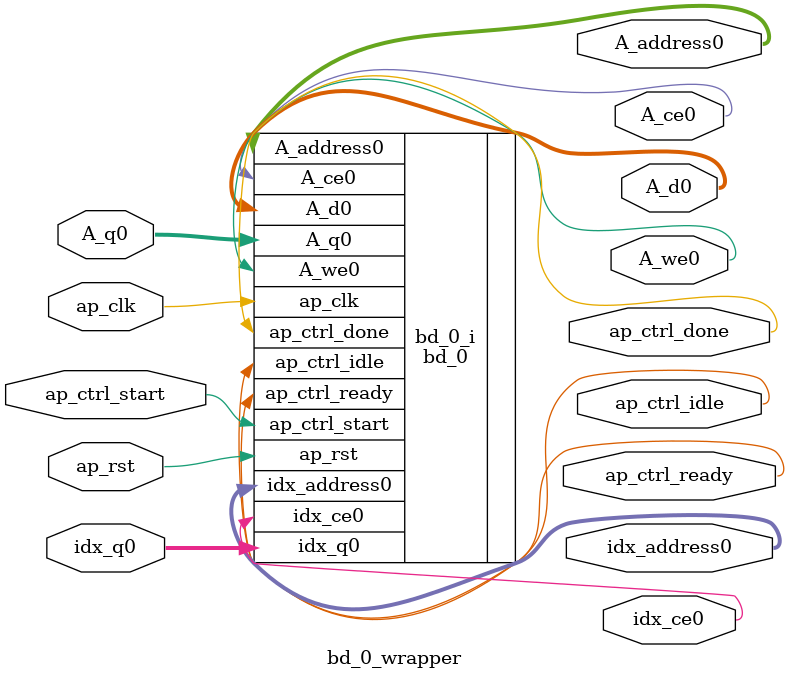
<source format=v>
`timescale 1 ps / 1 ps

module bd_0_wrapper
   (A_address0,
    A_ce0,
    A_d0,
    A_q0,
    A_we0,
    ap_clk,
    ap_ctrl_done,
    ap_ctrl_idle,
    ap_ctrl_ready,
    ap_ctrl_start,
    ap_rst,
    idx_address0,
    idx_ce0,
    idx_q0);
  output [9:0]A_address0;
  output A_ce0;
  output [31:0]A_d0;
  input [31:0]A_q0;
  output A_we0;
  input ap_clk;
  output ap_ctrl_done;
  output ap_ctrl_idle;
  output ap_ctrl_ready;
  input ap_ctrl_start;
  input ap_rst;
  output [9:0]idx_address0;
  output idx_ce0;
  input [31:0]idx_q0;

  wire [9:0]A_address0;
  wire A_ce0;
  wire [31:0]A_d0;
  wire [31:0]A_q0;
  wire A_we0;
  wire ap_clk;
  wire ap_ctrl_done;
  wire ap_ctrl_idle;
  wire ap_ctrl_ready;
  wire ap_ctrl_start;
  wire ap_rst;
  wire [9:0]idx_address0;
  wire idx_ce0;
  wire [31:0]idx_q0;

  bd_0 bd_0_i
       (.A_address0(A_address0),
        .A_ce0(A_ce0),
        .A_d0(A_d0),
        .A_q0(A_q0),
        .A_we0(A_we0),
        .ap_clk(ap_clk),
        .ap_ctrl_done(ap_ctrl_done),
        .ap_ctrl_idle(ap_ctrl_idle),
        .ap_ctrl_ready(ap_ctrl_ready),
        .ap_ctrl_start(ap_ctrl_start),
        .ap_rst(ap_rst),
        .idx_address0(idx_address0),
        .idx_ce0(idx_ce0),
        .idx_q0(idx_q0));
endmodule

</source>
